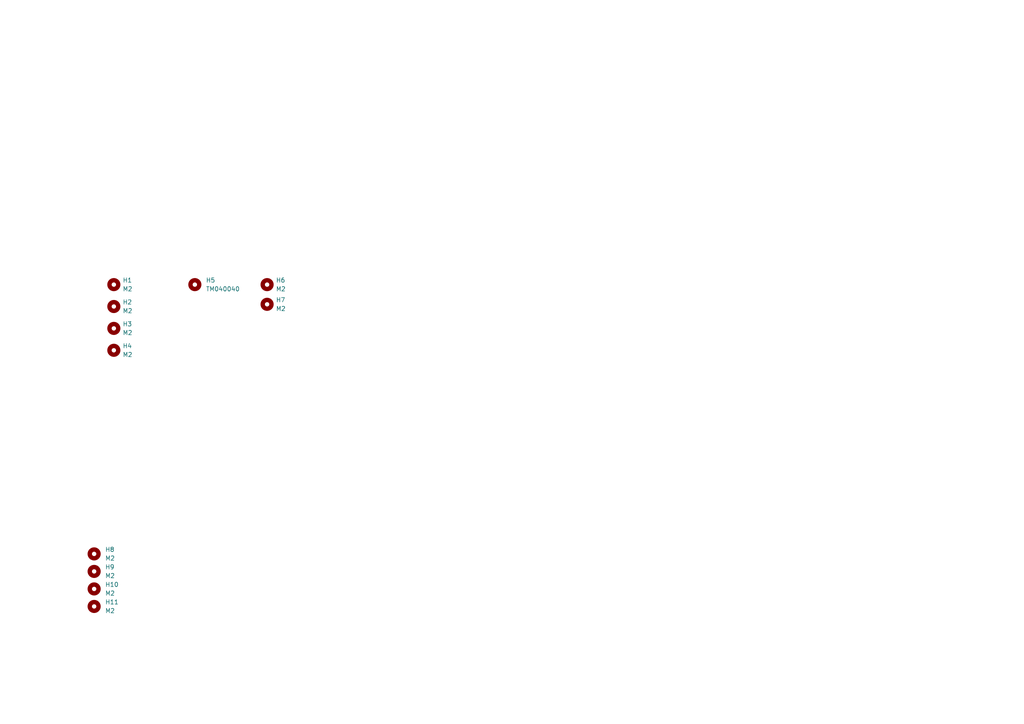
<source format=kicad_sch>
(kicad_sch (version 20230121) (generator eeschema)
  (paper "A4")
  (lib_symbols
    (symbol "Mechanical:MountingHole" (pin_names (offset 1.016))
      (property "Reference" "H" (at 0 5.08 0))
      (property "Value" "MountingHole" (at 0 3.175 0))
      (symbol "MountingHole_0_1"
        (circle (center 0 0) (radius 1.27) (stroke (width 1.27)))
      )
    )
  )
  (symbol (lib_id "Mechanical:MountingHole") (at 33.02 95.25 0) (unit 1)
    (property "Reference" "H3" (at 35.56 93.98 0) (effects (justify left)))
    (property "Value" "M2" (at 35.56 96.52 0) (effects (justify left)))
    (property "Footprint" "MountingHole:MountingHole_2.2mm_M2" (effects hide))
  )
  (symbol (lib_id "Mechanical:MountingHole") (at 77.47 88.265 0) (unit 1)
    (property "Reference" "H7" (at 80.01 86.995 0) (effects (justify left)))
    (property "Value" "M2" (at 80.01 89.535 0) (effects (justify left)))
    (property "Footprint" "MountingHole:MountingHole_2.2mm_M2" (effects hide))
  )
  (symbol (lib_id "Mechanical:MountingHole") (at 27.305 175.895 0) (unit 1)
    (property "Reference" "H11" (at 30.48 174.625 0) (effects (justify left)))
    (property "Value" "M2" (at 30.48 177.165 0) (effects (justify left)))
    (property "Footprint" "MountingHole:MountingHole_2.2mm_M2" (effects hide))
  )
  (symbol (lib_id "Mechanical:MountingHole") (at 33.02 101.6 0) (unit 1)
    (property "Reference" "H4" (at 35.56 100.33 0) (effects (justify left)))
    (property "Value" "M2" (at 35.56 102.87 0) (effects (justify left)))
    (property "Footprint" "MountingHole:MountingHole_2.2mm_M2" (effects hide))
  )
  (symbol (lib_id "Mechanical:MountingHole") (at 77.47 82.55 0) (unit 1)
    (property "Reference" "H6" (at 80.01 81.28 0) (effects (justify left)))
    (property "Value" "M2" (at 80.01 83.82 0) (effects (justify left)))
    (property "Footprint" "MountingHole:MountingHole_2.2mm_M2" (effects hide))
  )
  (symbol (lib_id "Mechanical:MountingHole") (at 33.02 82.55 0) (unit 1)
    (property "Reference" "H1" (at 35.56 81.28 0) (effects (justify left)))
    (property "Value" "M2" (at 35.56 83.82 0) (effects (justify left)))
    (property "Footprint" "MountingHole:MountingHole_2.2mm_M2" (effects hide))
  )
  (symbol (lib_id "Mechanical:MountingHole") (at 56.515 82.55 0) (unit 1)
    (property "Reference" "H5" (at 59.69 81.28 0) (effects (justify left)))
    (property "Value" "TM040040" (at 59.69 83.82 0) (effects (justify left)))
    (property "Footprint" "DreaM117er-keebLibrary:Trackpad_Cirque_TM040040" (effects hide))
  )
  (symbol (lib_id "Mechanical:MountingHole") (at 27.305 165.735 0) (unit 1)
    (property "Reference" "H9" (at 30.48 164.465 0) (effects (justify left)))
    (property "Value" "M2" (at 30.48 167.005 0) (effects (justify left)))
    (property "Footprint" "MountingHole:MountingHole_2.2mm_M2" (effects hide))
  )
  (symbol (lib_id "Mechanical:MountingHole") (at 33.02 88.9 0) (unit 1)
    (property "Reference" "H2" (at 35.56 87.63 0) (effects (justify left)))
    (property "Value" "M2" (at 35.56 90.17 0) (effects (justify left)))
    (property "Footprint" "MountingHole:MountingHole_2.2mm_M2" (effects hide))
  )
  (symbol (lib_id "Mechanical:MountingHole") (at 27.305 160.655 0) (unit 1)
    (property "Reference" "H8" (at 30.48 159.385 0) (effects (justify left)))
    (property "Value" "M2" (at 30.48 161.925 0) (effects (justify left)))
    (property "Footprint" "MountingHole:MountingHole_2.2mm_M2" (effects hide))
  )
  (symbol (lib_id "Mechanical:MountingHole") (at 27.305 170.815 0) (unit 1)
    (property "Reference" "H10" (at 30.48 169.545 0) (effects (justify left)))
    (property "Value" "M2" (at 30.48 172.085 0) (effects (justify left)))
    (property "Footprint" "MountingHole:MountingHole_2.2mm_M2" (effects hide))
  )
)
</source>
